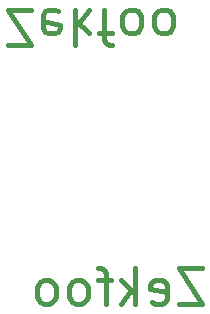
<source format=gbo>
%TF.GenerationSoftware,KiCad,Pcbnew,(5.1.10)-1*%
%TF.CreationDate,2021-06-21T12:52:34-07:00*%
%TF.ProjectId,tactileAGB,74616374-696c-4654-9147-422e6b696361,1.0*%
%TF.SameCoordinates,Original*%
%TF.FileFunction,Legend,Bot*%
%TF.FilePolarity,Positive*%
%FSLAX46Y46*%
G04 Gerber Fmt 4.6, Leading zero omitted, Abs format (unit mm)*
G04 Created by KiCad (PCBNEW (5.1.10)-1) date 2021-06-21 12:52:34*
%MOMM*%
%LPD*%
G01*
G04 APERTURE LIST*
%ADD10C,0.450000*%
G04 APERTURE END LIST*
D10*
X79791428Y-54347142D02*
X77791428Y-54347142D01*
X79791428Y-57347142D01*
X77791428Y-57347142D01*
X75505714Y-57204285D02*
X75791428Y-57347142D01*
X76362857Y-57347142D01*
X76648571Y-57204285D01*
X76791428Y-56918571D01*
X76791428Y-55775714D01*
X76648571Y-55490000D01*
X76362857Y-55347142D01*
X75791428Y-55347142D01*
X75505714Y-55490000D01*
X75362857Y-55775714D01*
X75362857Y-56061428D01*
X76791428Y-56347142D01*
X74077142Y-57347142D02*
X74077142Y-54347142D01*
X73791428Y-56204285D02*
X72934285Y-57347142D01*
X72934285Y-55347142D02*
X74077142Y-56490000D01*
X72077142Y-55347142D02*
X70934285Y-55347142D01*
X71648571Y-57347142D02*
X71648571Y-54775714D01*
X71505714Y-54490000D01*
X71220000Y-54347142D01*
X70934285Y-54347142D01*
X69505714Y-57347142D02*
X69791428Y-57204285D01*
X69934285Y-57061428D01*
X70077142Y-56775714D01*
X70077142Y-55918571D01*
X69934285Y-55632857D01*
X69791428Y-55490000D01*
X69505714Y-55347142D01*
X69077142Y-55347142D01*
X68791428Y-55490000D01*
X68648571Y-55632857D01*
X68505714Y-55918571D01*
X68505714Y-56775714D01*
X68648571Y-57061428D01*
X68791428Y-57204285D01*
X69077142Y-57347142D01*
X69505714Y-57347142D01*
X66791428Y-57347142D02*
X67077142Y-57204285D01*
X67220000Y-57061428D01*
X67362857Y-56775714D01*
X67362857Y-55918571D01*
X67220000Y-55632857D01*
X67077142Y-55490000D01*
X66791428Y-55347142D01*
X66362857Y-55347142D01*
X66077142Y-55490000D01*
X65934285Y-55632857D01*
X65791428Y-55918571D01*
X65791428Y-56775714D01*
X65934285Y-57061428D01*
X66077142Y-57204285D01*
X66362857Y-57347142D01*
X66791428Y-57347142D01*
X63308571Y-35432857D02*
X65308571Y-35432857D01*
X63308571Y-32432857D01*
X65308571Y-32432857D01*
X67594285Y-32575714D02*
X67308571Y-32432857D01*
X66737142Y-32432857D01*
X66451428Y-32575714D01*
X66308571Y-32861428D01*
X66308571Y-34004285D01*
X66451428Y-34290000D01*
X66737142Y-34432857D01*
X67308571Y-34432857D01*
X67594285Y-34290000D01*
X67737142Y-34004285D01*
X67737142Y-33718571D01*
X66308571Y-33432857D01*
X69022857Y-32432857D02*
X69022857Y-35432857D01*
X69308571Y-33575714D02*
X70165714Y-32432857D01*
X70165714Y-34432857D02*
X69022857Y-33290000D01*
X71022857Y-34432857D02*
X72165714Y-34432857D01*
X71451428Y-32432857D02*
X71451428Y-35004285D01*
X71594285Y-35290000D01*
X71880000Y-35432857D01*
X72165714Y-35432857D01*
X73594285Y-32432857D02*
X73308571Y-32575714D01*
X73165714Y-32718571D01*
X73022857Y-33004285D01*
X73022857Y-33861428D01*
X73165714Y-34147142D01*
X73308571Y-34290000D01*
X73594285Y-34432857D01*
X74022857Y-34432857D01*
X74308571Y-34290000D01*
X74451428Y-34147142D01*
X74594285Y-33861428D01*
X74594285Y-33004285D01*
X74451428Y-32718571D01*
X74308571Y-32575714D01*
X74022857Y-32432857D01*
X73594285Y-32432857D01*
X76308571Y-32432857D02*
X76022857Y-32575714D01*
X75880000Y-32718571D01*
X75737142Y-33004285D01*
X75737142Y-33861428D01*
X75880000Y-34147142D01*
X76022857Y-34290000D01*
X76308571Y-34432857D01*
X76737142Y-34432857D01*
X77022857Y-34290000D01*
X77165714Y-34147142D01*
X77308571Y-33861428D01*
X77308571Y-33004285D01*
X77165714Y-32718571D01*
X77022857Y-32575714D01*
X76737142Y-32432857D01*
X76308571Y-32432857D01*
M02*

</source>
